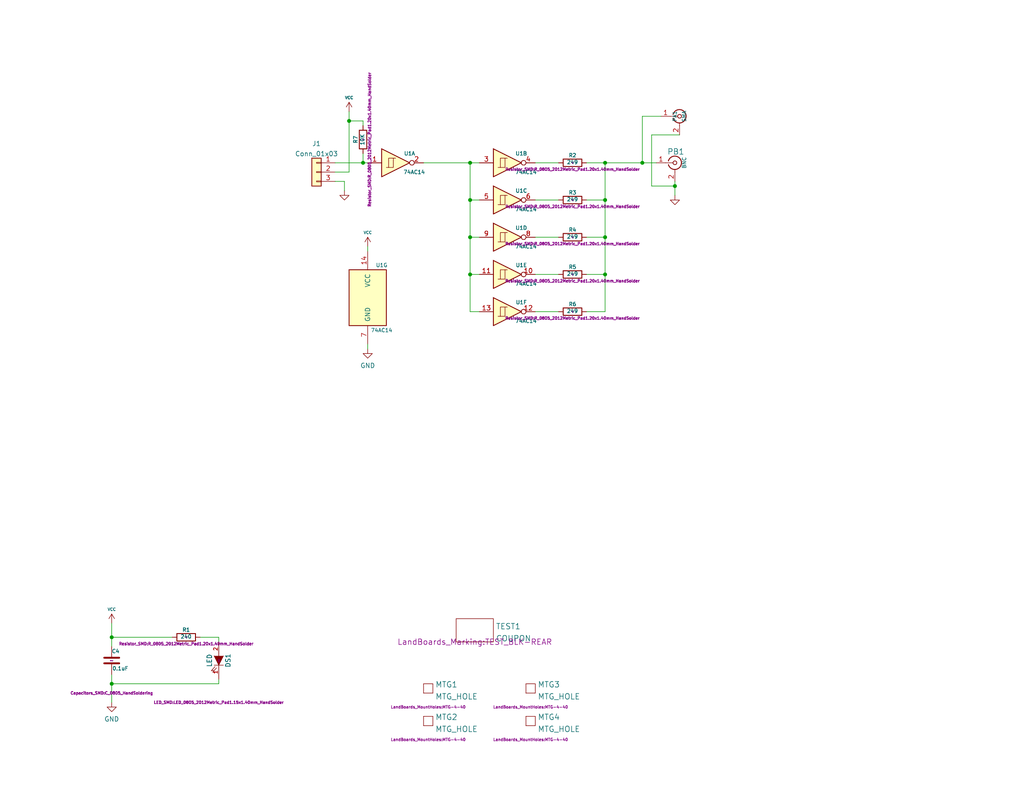
<source format=kicad_sch>
(kicad_sch (version 20211123) (generator eeschema)
  (paper "A")
  (title_block (title "50 OHM DRIVER") (date "2022-07-06") (rev "1") (company "Land Boards LLC") (comment 1 "land-boards.com/DRIVE50"))
  (lib_symbols
    (symbol "74xx:74LS14" (pin_names (offset 1.016))
      (property "Reference" "U" (at 0 1.27 0))
      (property "Value" "74LS14" (at 0 -1.27 0))
      (symbol "74LS14_1_0"
        (polyline (pts (xy -3.81 3.81) (xy -3.81 -3.81) (xy 3.81 0) (xy -3.81 3.81)) (stroke (width 0.254)) (fill (type background)))
        (pin input line (at -7.62 0 0) (length 3.81) (name "~") (number "1"))
        (pin output inverted (at 7.62 0 180) (length 3.81) (name "~") (number "2"))
      )
      (symbol "74LS14_1_1"
        (polyline (pts (xy -1.905 -1.27) (xy -1.905 1.27) (xy -0.635 1.27)))
        (polyline (pts (xy -2.54 -1.27) (xy -0.635 -1.27) (xy -0.635 1.27) (xy 0 1.27)))
      )
      (symbol "74LS14_2_0"
        (polyline (pts (xy -3.81 3.81) (xy -3.81 -3.81) (xy 3.81 0) (xy -3.81 3.81)) (stroke (width 0.254)) (fill (type background)))
        (pin input line (at -7.62 0 0) (length 3.81) (name "~") (number "3"))
        (pin output inverted (at 7.62 0 180) (length 3.81) (name "~") (number "4"))
      )
      (symbol "74LS14_2_1"
        (polyline (pts (xy -1.905 -1.27) (xy -1.905 1.27) (xy -0.635 1.27)))
        (polyline (pts (xy -2.54 -1.27) (xy -0.635 -1.27) (xy -0.635 1.27) (xy 0 1.27)))
      )
      (symbol "74LS14_3_0"
        (polyline (pts (xy -3.81 3.81) (xy -3.81 -3.81) (xy 3.81 0) (xy -3.81 3.81)) (stroke (width 0.254)) (fill (type background)))
        (pin input line (at -7.62 0 0) (length 3.81) (name "~") (number "5"))
        (pin output inverted (at 7.62 0 180) (length 3.81) (name "~") (number "6"))
      )
      (symbol "74LS14_3_1"
        (polyline (pts (xy -1.905 -1.27) (xy -1.905 1.27) (xy -0.635 1.27)))
        (polyline (pts (xy -2.54 -1.27) (xy -0.635 -1.27) (xy -0.635 1.27) (xy 0 1.27)))
      )
      (symbol "74LS14_4_0"
        (polyline (pts (xy -3.81 3.81) (xy -3.81 -3.81) (xy 3.81 0) (xy -3.81 3.81)) (stroke (width 0.254)) (fill (type background)))
        (pin output inverted (at 7.62 0 180) (length 3.81) (name "~") (number "8"))
        (pin input line (at -7.62 0 0) (length 3.81) (name "~") (number "9"))
      )
      (symbol "74LS14_4_1"
        (polyline (pts (xy -1.905 -1.27) (xy -1.905 1.27) (xy -0.635 1.27)))
        (polyline (pts (xy -2.54 -1.27) (xy -0.635 -1.27) (xy -0.635 1.27) (xy 0 1.27)))
      )
      (symbol "74LS14_5_0"
        (polyline (pts (xy -3.81 3.81) (xy -3.81 -3.81) (xy 3.81 0) (xy -3.81 3.81)) (stroke (width 0.254)) (fill (type background)))
        (pin output inverted (at 7.62 0 180) (length 3.81) (name "~") (number "10"))
        (pin input line (at -7.62 0 0) (length 3.81) (name "~") (number "11"))
      )
      (symbol "74LS14_5_1"
        (polyline (pts (xy -1.905 -1.27) (xy -1.905 1.27) (xy -0.635 1.27)))
        (polyline (pts (xy -2.54 -1.27) (xy -0.635 -1.27) (xy -0.635 1.27) (xy 0 1.27)))
      )
      (symbol "74LS14_6_0"
        (polyline (pts (xy -3.81 3.81) (xy -3.81 -3.81) (xy 3.81 0) (xy -3.81 3.81)) (stroke (width 0.254)) (fill (type background)))
        (pin output inverted (at 7.62 0 180) (length 3.81) (name "~") (number "12"))
        (pin input line (at -7.62 0 0) (length 3.81) (name "~") (number "13"))
      )
      (symbol "74LS14_6_1"
        (polyline (pts (xy -1.905 -1.27) (xy -1.905 1.27) (xy -0.635 1.27)))
        (polyline (pts (xy -2.54 -1.27) (xy -0.635 -1.27) (xy -0.635 1.27) (xy 0 1.27)))
      )
      (symbol "74LS14_7_0"
        (pin power_in line (at 0 12.7 270) (length 5.08) (name "VCC") (number "14"))
        (pin power_in line (at 0 -12.7 90) (length 5.08) (name "GND") (number "7"))
      )
      (symbol "74LS14_7_1"
        (rectangle (start -5.08 7.62) (end 5.08 -7.62) (stroke (width 0.254)) (fill (type background)))
      )
    )
    (symbol "Connector:Conn_Coaxial" (pin_names (offset 1.016) hide)
      (property "Reference" "J" (at 0.254 3.048 0))
      (property "Value" "Conn_Coaxial" (at 2.921 0 90))
      (symbol "Conn_Coaxial_0_1"
        (arc (start -1.778 -0.508) (mid 0.222 -1.808) (end 1.778 0) (stroke (width 0.254)))
        (polyline (pts (xy -2.54 0) (xy -0.508 0)))
        (polyline (pts (xy 0 -2.54) (xy 0 -1.778)))
        (circle (center 0 0) (radius 0.508) (stroke (width 0.2032)))
        (arc (start 1.778 0) (mid 0.222 1.8083) (end -1.778 0.508) (stroke (width 0.254)))
      )
      (symbol "Conn_Coaxial_1_1"
        (pin passive line (at -5.08 0 0) (length 2.54) (name "In") (number "1"))
        (pin passive line (at 0 -5.08 90) (length 2.54) (name "Ext") (number "2"))
      )
    )
    (symbol "Connector_Generic:Conn_01x03" (pin_names (offset 1.016) hide)
      (property "Reference" "J" (at 0 5.08 0))
      (property "Value" "Conn_01x03" (at 0 -5.08 0))
      (symbol "Conn_01x03_1_1"
        (rectangle (start -1.27 -2.413) (end 0 -2.667) (stroke (width 0.1524)))
        (rectangle (start -1.27 0.127) (end 0 -0.127) (stroke (width 0.1524)))
        (rectangle (start -1.27 2.667) (end 0 2.413) (stroke (width 0.1524)))
        (rectangle (start -1.27 3.81) (end 1.27 -3.81) (stroke (width 0.254)) (fill (type background)))
        (pin passive line (at -5.08 2.54 0) (length 3.81) (name "Pin_1") (number "1"))
        (pin passive line (at -5.08 0 0) (length 3.81) (name "Pin_2") (number "2"))
        (pin passive line (at -5.08 -2.54 0) (length 3.81) (name "Pin_3") (number "3"))
      )
    )
    (symbol "Device:C" (pin_numbers hide) (pin_names (offset 0.254))
      (property "Reference" "C" (at 0.635 2.54 0))
      (property "Value" "C" (at 0.635 -2.54 0))
      (symbol "C_0_1"
        (polyline (pts (xy -2.032 -0.762) (xy 2.032 -0.762)) (stroke (width 0.508)))
        (polyline (pts (xy -2.032 0.762) (xy 2.032 0.762)) (stroke (width 0.508)))
      )
      (symbol "C_1_1"
        (pin passive line (at 0 3.81 270) (length 2.794) (name "~") (number "1"))
        (pin passive line (at 0 -3.81 90) (length 2.794) (name "~") (number "2"))
      )
    )
    (symbol "Device:R" (pin_numbers hide) (pin_names (offset 0))
      (property "Reference" "R" (at 2.032 0 90))
      (property "Value" "R" (at 0 0 90))
      (symbol "R_0_1"
        (rectangle (start -1.016 -2.54) (end 1.016 2.54) (stroke (width 0.254)))
      )
      (symbol "R_1_1"
        (pin passive line (at 0 3.81 270) (length 1.27) (name "~") (number "1"))
        (pin passive line (at 0 -3.81 90) (length 1.27) (name "~") (number "2"))
      )
    )
    (symbol "LandBoards:COUPON" (pin_names (offset 1.016))
      (property "Reference" "COUP?" (at 0 0 0))
      (property "Value" "COUPON" (at 0 0 0))
      (symbol "COUPON_0_1"
        (rectangle (start -5.08 0) (end 5.08 6.35))
      )
    )
    (symbol "LandBoards:MTG_HOLE" (pin_names (offset 1.016))
      (property "Reference" "MTG?" (at 0 2.54 0))
      (property "Value" "MTG_HOLE" (at 0 -2.54 0))
      (symbol "MTG_HOLE_0_1"
        (rectangle (start -1.27 -1.27) (end 1.27 -1.27))
        (rectangle (start -1.27 1.27) (end -1.27 -1.27))
        (rectangle (start 1.27 1.27) (end -1.27 1.27))
        (rectangle (start 1.27 1.27) (end 1.27 -1.27))
      )
    )
    (symbol "LandBoards_Semis:LED-fixed" (pin_names (offset 1.016) hide)
      (property "Reference" "D" (at 0 2.54 0))
      (property "Value" "LED-fixed" (at 0 -2.54 0))
      (symbol "LED-fixed_0_1"
        (polyline (pts (xy 1.27 1.27) (xy 1.27 -1.27)))
        (polyline (pts (xy -1.27 1.27) (xy 1.27 0) (xy -1.27 -1.27)) (fill (type outline)))
        (polyline (pts (xy 1.651 -1.016) (xy 2.794 -2.032) (xy 2.667 -1.397)))
        (polyline (pts (xy 2.032 -0.635) (xy 3.175 -1.651) (xy 3.048 -1.016)))
      )
      (symbol "LED-fixed_1_1"
        (pin passive line (at 5.08 0 180) (length 3.81) (name "K") (number "1"))
        (pin passive line (at -5.08 0 0) (length 3.81) (name "A") (number "2"))
      )
    )
    (symbol "power:GND" (power) (pin_names (offset 0))
      (property "Value" "GND" (at 0 -3.81 0))
      (symbol "GND_0_1"
        (polyline (pts (xy 0 0) (xy 0 -1.27) (xy 1.27 -1.27) (xy 0 -2.54) (xy -1.27 -1.27) (xy 0 -1.27)))
      )
      (symbol "GND_1_1"
        (pin power_in line (at 0 0 270) (length 0) hide (name "GND") (number "1"))
      )
    )
    (symbol "power:VCC" (power) (pin_names (offset 0))
      (property "Value" "VCC" (at 0 3.81 0))
      (symbol "VCC_0_1"
        (polyline (pts (xy -0.762 1.27) (xy 0 2.54)))
        (polyline (pts (xy 0 0) (xy 0 2.54)))
        (polyline (pts (xy 0 2.54) (xy 0.762 1.27)))
      )
      (symbol "VCC_1_1"
        (pin power_in line (at 0 0 90) (length 0) hide (name "VCC") (number "1"))
      )
    )
  )
  (junction (at 165.1 44.45))
  (junction (at 99.06 44.45))
  (junction (at 128.27 74.93))
  (junction (at 128.27 54.61))
  (junction (at 128.27 64.77))
  (junction (at 128.27 44.45))
  (junction (at 165.1 64.77))
  (junction (at 175.26 44.45))
  (junction (at 165.1 74.93))
  (junction (at 165.1 54.61))
  (junction (at 184.15 50.8))
  (junction (at 30.48 186.69))
  (junction (at 30.48 173.99))
  (junction (at 95.25 33.02))
  (wire (pts (xy 59.69 186.69) (xy 59.69 185.42)))
  (wire (pts (xy 130.81 54.61) (xy 128.27 54.61)))
  (wire (pts (xy 30.48 173.99) (xy 46.99 173.99)))
  (wire (pts (xy 177.8 36.83) (xy 185.42 36.83)))
  (wire (pts (xy 165.1 64.77) (xy 165.1 74.93)))
  (wire (pts (xy 165.1 54.61) (xy 165.1 64.77)))
  (wire (pts (xy 175.26 44.45) (xy 179.07 44.45)))
  (wire (pts (xy 146.05 44.45) (xy 152.4 44.45)))
  (wire (pts (xy 54.61 173.99) (xy 59.69 173.99)))
  (wire (pts (xy 130.81 64.77) (xy 128.27 64.77)))
  (wire (pts (xy 30.48 184.15) (xy 30.48 186.69)))
  (wire (pts (xy 115.57 44.45) (xy 128.27 44.45)))
  (wire (pts (xy 99.06 34.29) (xy 99.06 33.02)))
  (wire (pts (xy 160.02 54.61) (xy 165.1 54.61)))
  (wire (pts (xy 184.15 50.8) (xy 184.15 49.53)))
  (wire (pts (xy 160.02 64.77) (xy 165.1 64.77)))
  (wire (pts (xy 30.48 170.18) (xy 30.48 173.99)))
  (wire (pts (xy 30.48 176.53) (xy 30.48 173.99)))
  (wire (pts (xy 95.25 30.48) (xy 95.25 33.02)))
  (wire (pts (xy 130.81 74.93) (xy 128.27 74.93)))
  (wire (pts (xy 146.05 85.09) (xy 152.4 85.09)))
  (wire (pts (xy 160.02 74.93) (xy 165.1 74.93)))
  (wire (pts (xy 30.48 191.77) (xy 30.48 186.69)))
  (wire (pts (xy 177.8 50.8) (xy 184.15 50.8)))
  (wire (pts (xy 91.44 49.53) (xy 93.98 49.53)))
  (wire (pts (xy 175.26 31.75) (xy 175.26 44.45)))
  (wire (pts (xy 165.1 44.45) (xy 175.26 44.45)))
  (wire (pts (xy 146.05 54.61) (xy 152.4 54.61)))
  (wire (pts (xy 184.15 53.34) (xy 184.15 50.8)))
  (wire (pts (xy 175.26 31.75) (xy 180.34 31.75)))
  (wire (pts (xy 128.27 85.09) (xy 130.81 85.09)))
  (wire (pts (xy 146.05 64.77) (xy 152.4 64.77)))
  (wire (pts (xy 99.06 44.45) (xy 91.44 44.45)))
  (wire (pts (xy 95.25 33.02) (xy 95.25 46.99)))
  (wire (pts (xy 165.1 44.45) (xy 165.1 54.61)))
  (wire (pts (xy 128.27 64.77) (xy 128.27 74.93)))
  (wire (pts (xy 100.33 67.31) (xy 100.33 68.58)))
  (wire (pts (xy 146.05 74.93) (xy 152.4 74.93)))
  (wire (pts (xy 160.02 44.45) (xy 165.1 44.45)))
  (wire (pts (xy 100.33 93.98) (xy 100.33 95.25)))
  (wire (pts (xy 128.27 74.93) (xy 128.27 85.09)))
  (wire (pts (xy 30.48 186.69) (xy 59.69 186.69)))
  (wire (pts (xy 91.44 46.99) (xy 95.25 46.99)))
  (wire (pts (xy 93.98 49.53) (xy 93.98 52.07)))
  (wire (pts (xy 177.8 50.8) (xy 177.8 36.83)))
  (wire (pts (xy 165.1 74.93) (xy 165.1 85.09)))
  (wire (pts (xy 59.69 173.99) (xy 59.69 175.26)))
  (wire (pts (xy 99.06 41.91) (xy 99.06 44.45)))
  (wire (pts (xy 128.27 54.61) (xy 128.27 64.77)))
  (wire (pts (xy 128.27 44.45) (xy 130.81 44.45)))
  (wire (pts (xy 128.27 44.45) (xy 128.27 54.61)))
  (wire (pts (xy 165.1 85.09) (xy 160.02 85.09)))
  (wire (pts (xy 100.33 44.45) (xy 99.06 44.45)))
  (wire (pts (xy 95.25 33.02) (xy 99.06 33.02)))
  (symbol (lib_id "Device:R") (at 156.21 44.45 90) (unit 1)
    (property "Reference" "R2" (at 156.21 42.418 90) (effects (font (size 1.016 1.016))))
    (property "Value" "249" (at 156.1846 44.2722 90) (effects (font (size 1.016 1.016))))
    (property "Footprint" "Resistor_SMD:R_0805_2012Metric_Pad1.20x1.40mm_HandSolder" (at 156.21 46.228 90) (effects (font (size 0.762 0.762))))
    (property "Datasheet" "~" (at 156.21 44.45 0) (effects (font (size 0.762 0.762))))
  )
  (symbol (lib_id "power:GND") (at 93.98 52.07 0) (unit 1)
    (property "Reference" "#PWR01" (effects hide))
    (property "Value" "GND" (effects hide))
  )
  (symbol (lib_id "74xx:74LS14") (at 107.95 44.45 0) (unit 1)
    (property "Reference" "U1" (at 111.76 41.91 0) (effects (font (size 1.016 1.016))))
    (property "Value" "74AC14" (at 113.03 46.99 0) (effects (font (size 1.016 1.016))))
    (property "Footprint" "so-14" (effects hide))
    (property "Datasheet" "http://www.ti.com/lit/gpn/sn74LS14" (effects hide))
    (property "Mfg" "TI" (effects hide))
    (property "MfgPN" "SN74AC14DR" (effects hide))
    (property "Vendor" "Mouser" (effects hide))
    (property "VendorPN" "595-SN74AC14DR" (effects hide))
  )
  (symbol (lib_id "Device:R") (at 156.21 54.61 90) (unit 1)
    (property "Reference" "R3" (at 156.21 52.578 90) (effects (font (size 1.016 1.016))))
    (property "Value" "249" (at 156.1846 54.4322 90) (effects (font (size 1.016 1.016))))
    (property "Footprint" "Resistor_SMD:R_0805_2012Metric_Pad1.20x1.40mm_HandSolder" (at 156.21 56.388 90) (effects (font (size 0.762 0.762))))
    (property "Datasheet" "~" (at 156.21 54.61 0) (effects (font (size 0.762 0.762))))
  )
  (symbol (lib_id "Device:R") (at 156.21 64.77 90) (unit 1)
    (property "Reference" "R4" (at 156.21 62.738 90) (effects (font (size 1.016 1.016))))
    (property "Value" "249" (at 156.1846 64.5922 90) (effects (font (size 1.016 1.016))))
    (property "Footprint" "Resistor_SMD:R_0805_2012Metric_Pad1.20x1.40mm_HandSolder" (at 156.21 66.548 90) (effects (font (size 0.762 0.762))))
    (property "Datasheet" "~" (at 156.21 64.77 0) (effects (font (size 0.762 0.762))))
  )
  (symbol (lib_id "Device:R") (at 156.21 74.93 90) (unit 1)
    (property "Reference" "R5" (at 156.21 72.898 90) (effects (font (size 1.016 1.016))))
    (property "Value" "249" (at 156.1846 74.7522 90) (effects (font (size 1.016 1.016))))
    (property "Footprint" "Resistor_SMD:R_0805_2012Metric_Pad1.20x1.40mm_HandSolder" (at 156.21 76.708 90) (effects (font (size 0.762 0.762))))
    (property "Datasheet" "~" (at 156.21 74.93 0) (effects (font (size 0.762 0.762))))
  )
  (symbol (lib_id "Device:R") (at 156.21 85.09 90) (unit 1)
    (property "Reference" "R6" (at 156.21 83.058 90) (effects (font (size 1.016 1.016))))
    (property "Value" "249" (at 156.1846 84.9122 90) (effects (font (size 1.016 1.016))))
    (property "Footprint" "Resistor_SMD:R_0805_2012Metric_Pad1.20x1.40mm_HandSolder" (at 156.21 86.868 90) (effects (font (size 0.762 0.762))))
    (property "Datasheet" "~" (at 156.21 85.09 0) (effects (font (size 0.762 0.762))))
  )
  (symbol (lib_id "Connector:Conn_Coaxial") (at 184.15 44.45 0) (unit 1)
    (property "Reference" "PB1" (at 184.404 41.402 0) (effects (font (size 1.524 1.524))))
    (property "Value" "BNC" (at 186.69 44.45 90) (effects (font (size 1.016 1.016))))
    (property "Footprint" "BNC-RT" (effects hide))
    (property "Datasheet" " ~" (effects hide))
    (property "Mfg" "Amphenol" (effects hide))
    (property "MfgPN" "31-5431-10RFX" (effects hide))
    (property "Vendor" "Mouser" (effects hide))
    (property "VendorPN" "523-31-5431-10RFX" (effects hide))
  )
  (symbol (lib_id "power:GND") (at 184.15 53.34 0) (unit 1)
    (property "Reference" "#PWR02" (effects hide))
    (property "Value" "GND" (effects hide))
  )
  (symbol (lib_id "Connector:Conn_Coaxial") (at 185.42 31.75 0) (unit 1)
    (property "Reference" "PA1" (at 184.15 31.75 90) (effects (font (size 1.016 1.016))))
    (property "Value" "SMA" (at 186.69 31.75 90) (effects (font (size 1.016 1.016))))
    (property "Footprint" "LandBoards_Conns:SMA_EDGE-F" (effects hide))
    (property "Datasheet" " ~" (effects hide))
  )
  (symbol (lib_id "power:VCC") (at 95.25 30.48 0) (unit 1)
    (property "Reference" "#PWR04" (effects hide))
    (property "Value" "VCC" (at 95.25 26.67 0) (effects (font (size 0.762 0.762))))
  )
  (symbol (lib_id "Device:C") (at 30.48 180.34 0) (unit 1)
    (property "Reference" "C4" (at 30.48 177.8 0) (effects (font (size 1.016 1.016)) (justify left)))
    (property "Value" "0.1uF" (at 30.6324 182.499 0) (effects (font (size 1.016 1.016)) (justify left)))
    (property "Footprint" "Capacitors_SMD:C_0805_HandSoldering" (at 30.48 189.23 0) (effects (font (size 0.762 0.762))))
    (property "Datasheet" "~" (at 30.48 180.34 0) (effects (font (size 1.524 1.524))))
  )
  (symbol (lib_id "Device:R") (at 50.8 173.99 90) (unit 1)
    (property "Reference" "R1" (at 50.8 171.958 90) (effects (font (size 1.016 1.016))))
    (property "Value" "240" (at 50.7746 173.8122 90) (effects (font (size 1.016 1.016))))
    (property "Footprint" "Resistor_SMD:R_0805_2012Metric_Pad1.20x1.40mm_HandSolder" (at 50.8 175.768 90) (effects (font (size 0.762 0.762))))
    (property "Datasheet" "~" (at 50.8 173.99 0) (effects (font (size 0.762 0.762))))
  )
  (symbol (lib_id "LandBoards_Semis:LED-fixed") (at 59.69 180.34 270) (unit 1)
    (property "Reference" "DS1" (at 62.23 180.34 0))
    (property "Value" "LED" (at 57.15 180.34 0))
    (property "Footprint" "LED_SMD:LED_0805_2012Metric_Pad1.15x1.40mm_HandSolder" (at 59.69 191.77 90) (effects (font (size 0.762 0.762))))
    (property "Datasheet" "~" (at 59.69 180.34 0) (effects (font (size 1.524 1.524))))
  )
  (symbol (lib_id "74xx:74LS14") (at 138.43 44.45 0) (unit 2)
    (property "Reference" "U1" (at 142.24 41.91 0) (effects (font (size 1.016 1.016))))
    (property "Value" "74AC14" (at 143.51 46.99 0) (effects (font (size 1.016 1.016))))
    (property "Footprint" "so-14" (effects hide))
    (property "Datasheet" "http://www.ti.com/lit/gpn/sn74LS14" (effects hide))
    (property "Mfg" "TI" (effects hide))
    (property "MfgPN" "SN74AC14DR" (effects hide))
    (property "Vendor" "Mouser" (effects hide))
    (property "VendorPN" "595-SN74AC14DR" (effects hide))
  )
  (symbol (lib_id "74xx:74LS14") (at 138.43 54.61 0) (unit 3)
    (property "Reference" "U1" (at 142.24 52.07 0) (effects (font (size 1.016 1.016))))
    (property "Value" "74AC14" (at 143.51 57.15 0) (effects (font (size 1.016 1.016))))
    (property "Footprint" "so-14" (effects hide))
    (property "Datasheet" "http://www.ti.com/lit/gpn/sn74LS14" (effects hide))
    (property "Mfg" "TI" (effects hide))
    (property "MfgPN" "SN74AC14DR" (effects hide))
    (property "Vendor" "Mouser" (effects hide))
    (property "VendorPN" "595-SN74AC14DR" (effects hide))
  )
  (symbol (lib_id "74xx:74LS14") (at 138.43 64.77 0) (unit 4)
    (property "Reference" "U1" (at 142.24 62.23 0) (effects (font (size 1.016 1.016))))
    (property "Value" "74AC14" (at 143.51 67.31 0) (effects (font (size 1.016 1.016))))
    (property "Footprint" "so-14" (effects hide))
    (property "Datasheet" "http://www.ti.com/lit/gpn/sn74LS14" (effects hide))
    (property "Mfg" "TI" (effects hide))
    (property "MfgPN" "SN74AC14DR" (effects hide))
    (property "Vendor" "Mouser" (effects hide))
    (property "VendorPN" "595-SN74AC14DR" (effects hide))
  )
  (symbol (lib_id "74xx:74LS14") (at 138.43 74.93 0) (unit 5)
    (property "Reference" "U1" (at 142.24 72.39 0) (effects (font (size 1.016 1.016))))
    (property "Value" "74AC14" (at 143.51 77.47 0) (effects (font (size 1.016 1.016))))
    (property "Footprint" "so-14" (effects hide))
    (property "Datasheet" "http://www.ti.com/lit/gpn/sn74LS14" (effects hide))
    (property "Mfg" "TI" (effects hide))
    (property "MfgPN" "SN74AC14DR" (effects hide))
    (property "Vendor" "Mouser" (effects hide))
    (property "VendorPN" "595-SN74AC14DR" (effects hide))
  )
  (symbol (lib_id "74xx:74LS14") (at 138.43 85.09 0) (unit 6)
    (property "Reference" "U1" (at 142.24 82.55 0) (effects (font (size 1.016 1.016))))
    (property "Value" "74AC14" (at 143.51 87.63 0) (effects (font (size 1.016 1.016))))
    (property "Footprint" "so-14" (effects hide))
    (property "Datasheet" "http://www.ti.com/lit/gpn/sn74LS14" (effects hide))
    (property "Mfg" "TI" (effects hide))
    (property "MfgPN" "SN74AC14DR" (effects hide))
    (property "Vendor" "Mouser" (effects hide))
    (property "VendorPN" "595-SN74AC14DR" (effects hide))
  )
  (symbol (lib_id "power:GND") (at 30.48 191.77 0) (unit 1)
    (property "Reference" "#PWR0102" (effects hide))
    (property "Value" "GND" (at 30.48 196.3325 0))
  )
  (symbol (lib_id "74xx:74LS14") (at 100.33 81.28 0) (unit 7)
    (property "Reference" "U1" (at 104.14 72.39 0) (effects (font (size 1.016 1.016))))
    (property "Value" "74AC14" (at 104.14 90.17 0) (effects (font (size 1.016 1.016))))
    (property "Footprint" "so-14" (effects hide))
    (property "Datasheet" "http://www.ti.com/lit/gpn/sn74LS14" (effects hide))
    (property "VendorPN" "595-SN74AC14DR" (effects hide))
  )
  (symbol (lib_id "LandBoards:MTG_HOLE") (at 144.78 196.85 0) (unit 1)
    (property "Reference" "MTG4" (at 146.685 195.7853 0) (effects (font (size 1.524 1.524)) (justify left)))
    (property "Value" "MTG_HOLE" (at 146.685 199.0643 0) (effects (font (size 1.524 1.524)) (justify left)))
    (property "Footprint" "LandBoards_MountHoles:MTG-4-40" (at 144.78 201.93 0) (effects (font (size 0.762 0.762))))
  )
  (symbol (lib_id "Connector_Generic:Conn_01x03") (at 86.36 46.99 0) (mirror y) (unit 1)
    (property "Reference" "J1" (at 86.36 39.2135 0))
    (property "Value" "Conn_01x03" (at 86.36 41.9886 0))
    (property "Footprint" "Connector_PinHeader_2.54mm:PinHeader_1x03_P2.54mm_Horizontal" (effects hide))
  )
  (symbol (lib_id "LandBoards:COUPON") (at 129.54 175.26 0) (unit 1)
    (property "Reference" "TEST1" (at 135.255 171.0203 0) (effects (font (size 1.524 1.524)) (justify left)))
    (property "Value" "COUPON" (at 135.255 174.2993 0) (effects (font (size 1.524 1.524)) (justify left)))
    (property "Footprint" "LandBoards_Marking:TEST_BLK-REAR" (at 129.54 175.26 0) (effects (font (size 1.524 1.524))))
  )
  (symbol (lib_id "power:VCC") (at 100.33 67.31 0) (unit 1)
    (property "Reference" "#PWR0104" (effects hide))
    (property "Value" "VCC" (at 100.33 63.5 0) (effects (font (size 0.762 0.762))))
  )
  (symbol (lib_id "Device:R") (at 99.06 38.1 180) (unit 1)
    (property "Reference" "R7" (at 97.028 38.1 90) (effects (font (size 1.016 1.016))))
    (property "Value" "10K" (at 98.8822 38.1254 90) (effects (font (size 1.016 1.016))))
    (property "Footprint" "Resistor_SMD:R_0805_2012Metric_Pad1.20x1.40mm_HandSolder" (at 100.838 38.1 90) (effects (font (size 0.762 0.762))))
    (property "Datasheet" "~" (at 99.06 38.1 0) (effects (font (size 0.762 0.762))))
  )
  (symbol (lib_id "LandBoards:MTG_HOLE") (at 116.84 196.85 0) (unit 1)
    (property "Reference" "MTG2" (at 118.745 195.7853 0) (effects (font (size 1.524 1.524)) (justify left)))
    (property "Value" "MTG_HOLE" (at 118.745 199.0643 0) (effects (font (size 1.524 1.524)) (justify left)))
    (property "Footprint" "LandBoards_MountHoles:MTG-4-40" (at 116.84 201.93 0) (effects (font (size 0.762 0.762))))
  )
  (symbol (lib_id "LandBoards:MTG_HOLE") (at 144.78 187.96 0) (unit 1)
    (property "Reference" "MTG3" (at 146.685 186.8953 0) (effects (font (size 1.524 1.524)) (justify left)))
    (property "Value" "MTG_HOLE" (at 146.685 190.1743 0) (effects (font (size 1.524 1.524)) (justify left)))
    (property "Footprint" "LandBoards_MountHoles:MTG-4-40" (at 144.78 193.04 0) (effects (font (size 0.762 0.762))))
  )
  (symbol (lib_id "power:GND") (at 100.33 95.25 0) (unit 1)
    (property "Reference" "#PWR0103" (effects hide))
    (property "Value" "GND" (at 100.33 99.8125 0))
  )
  (symbol (lib_id "power:VCC") (at 30.48 170.18 0) (unit 1)
    (property "Reference" "#PWR0101" (effects hide))
    (property "Value" "VCC" (at 30.48 166.37 0) (effects (font (size 0.762 0.762))))
  )
  (symbol (lib_id "LandBoards:MTG_HOLE") (at 116.84 187.96 0) (unit 1)
    (property "Reference" "MTG1" (at 118.745 186.8953 0) (effects (font (size 1.524 1.524)) (justify left)))
    (property "Value" "MTG_HOLE" (at 118.745 190.1743 0) (effects (font (size 1.524 1.524)) (justify left)))
    (property "Footprint" "LandBoards_MountHoles:MTG-4-40" (at 116.84 193.04 0) (effects (font (size 0.762 0.762))))
  )
)
</source>
